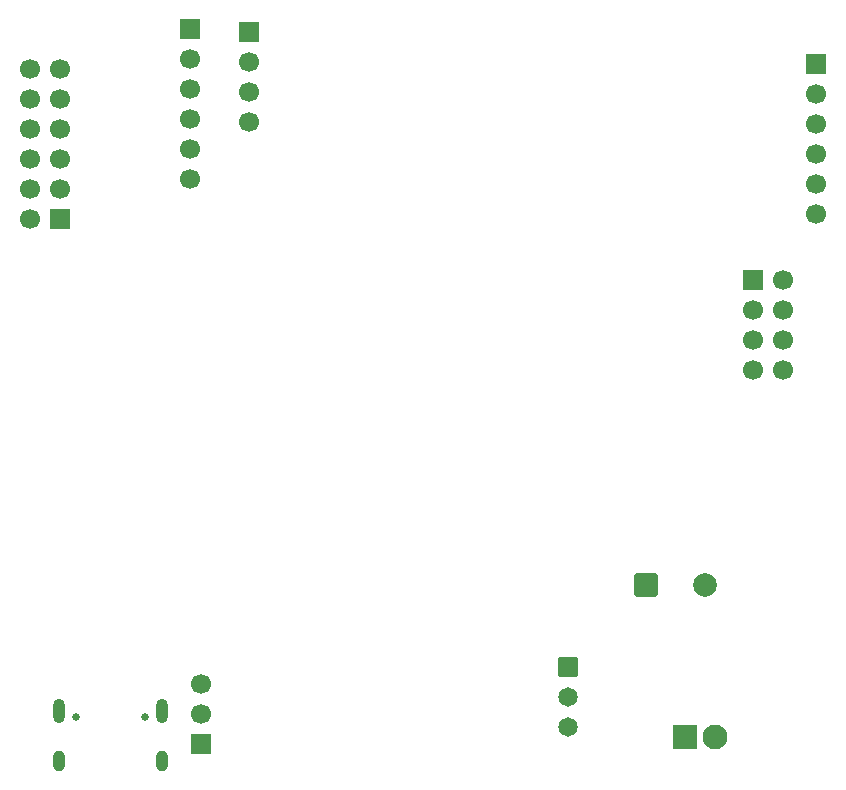
<source format=gbr>
%TF.GenerationSoftware,KiCad,Pcbnew,9.0.3*%
%TF.CreationDate,2025-07-12T21:01:37+12:00*%
%TF.ProjectId,RemiRAT,52656d69-5241-4542-9e6b-696361645f70,rev?*%
%TF.SameCoordinates,Original*%
%TF.FileFunction,Soldermask,Bot*%
%TF.FilePolarity,Negative*%
%FSLAX46Y46*%
G04 Gerber Fmt 4.6, Leading zero omitted, Abs format (unit mm)*
G04 Created by KiCad (PCBNEW 9.0.3) date 2025-07-12 21:01:37*
%MOMM*%
%LPD*%
G01*
G04 APERTURE LIST*
G04 Aperture macros list*
%AMRoundRect*
0 Rectangle with rounded corners*
0 $1 Rounding radius*
0 $2 $3 $4 $5 $6 $7 $8 $9 X,Y pos of 4 corners*
0 Add a 4 corners polygon primitive as box body*
4,1,4,$2,$3,$4,$5,$6,$7,$8,$9,$2,$3,0*
0 Add four circle primitives for the rounded corners*
1,1,$1+$1,$2,$3*
1,1,$1+$1,$4,$5*
1,1,$1+$1,$6,$7*
1,1,$1+$1,$8,$9*
0 Add four rect primitives between the rounded corners*
20,1,$1+$1,$2,$3,$4,$5,0*
20,1,$1+$1,$4,$5,$6,$7,0*
20,1,$1+$1,$6,$7,$8,$9,0*
20,1,$1+$1,$8,$9,$2,$3,0*%
G04 Aperture macros list end*
%ADD10RoundRect,0.250000X-0.750000X-0.750000X0.750000X-0.750000X0.750000X0.750000X-0.750000X0.750000X0*%
%ADD11C,2.000000*%
%ADD12R,1.700000X1.700000*%
%ADD13C,1.700000*%
%ADD14RoundRect,0.250001X-0.799999X-0.799999X0.799999X-0.799999X0.799999X0.799999X-0.799999X0.799999X0*%
%ADD15C,2.100000*%
%ADD16C,0.650000*%
%ADD17O,1.000000X2.100000*%
%ADD18O,1.000000X1.800000*%
%ADD19RoundRect,0.102000X-0.724000X0.724000X-0.724000X-0.724000X0.724000X-0.724000X0.724000X0.724000X0*%
%ADD20C,1.652000*%
G04 APERTURE END LIST*
D10*
%TO.C,C11*%
X173632323Y-103500000D03*
D11*
X178632323Y-103500000D03*
%TD*%
D12*
%TO.C,J11*%
X136000000Y-117000000D03*
D13*
X136000000Y-114460000D03*
X136000000Y-111920000D03*
%TD*%
D12*
%TO.C,J3*%
X188000000Y-59460000D03*
D13*
X188000000Y-62000000D03*
X188000000Y-64540000D03*
X188000000Y-67080000D03*
X188000000Y-69620000D03*
X188000000Y-72160000D03*
%TD*%
D12*
%TO.C,J9*%
X182725000Y-77690000D03*
D13*
X185265000Y-77690000D03*
X182725000Y-80230000D03*
X185265000Y-80230000D03*
X182725000Y-82770000D03*
X185265000Y-82770000D03*
X182725000Y-85310000D03*
X185265000Y-85310000D03*
%TD*%
D14*
%TO.C,J10*%
X176960000Y-116367500D03*
D15*
X179500000Y-116367500D03*
%TD*%
D12*
%TO.C,J7*%
X140000000Y-56690000D03*
D13*
X140000000Y-59230000D03*
X140000000Y-61770000D03*
X140000000Y-64310000D03*
%TD*%
D16*
%TO.C,J1*%
X125410000Y-114712500D03*
X131190000Y-114712500D03*
D17*
X123980000Y-114212500D03*
D18*
X123980000Y-118392500D03*
D17*
X132620000Y-114212500D03*
D18*
X132620000Y-118392500D03*
%TD*%
D19*
%TO.C,VR2*%
X167000000Y-110500000D03*
D20*
X167000000Y-113040000D03*
X167000000Y-115580000D03*
%TD*%
D12*
%TO.C,J8*%
X124040000Y-72540000D03*
D13*
X121500000Y-72540000D03*
X124040000Y-70000000D03*
X121500000Y-70000000D03*
X124040000Y-67460000D03*
X121500000Y-67460000D03*
X124040000Y-64920000D03*
X121500000Y-64920000D03*
X124040000Y-62380000D03*
X121500000Y-62380000D03*
X124040000Y-59840000D03*
X121500000Y-59840000D03*
%TD*%
D12*
%TO.C,J6*%
X135000000Y-56420000D03*
D13*
X135000000Y-58960000D03*
X135000000Y-61500000D03*
X135000000Y-64040000D03*
X135000000Y-66580000D03*
X135000000Y-69120000D03*
%TD*%
M02*

</source>
